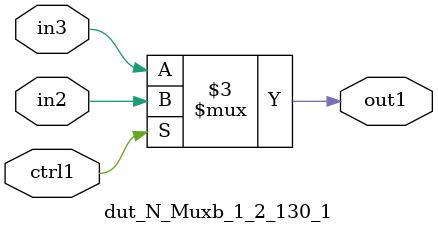
<source format=v>

`timescale 1ps / 1ps


module dut_N_Muxb_1_2_130_1( in3, in2, ctrl1, out1 );

    input in3;
    input in2;
    input ctrl1;
    output out1;
    reg out1;

    
    // rtl_process:dut_N_Muxb_1_2_130_1/dut_N_Muxb_1_2_130_1_thread_1
    always @*
      begin : dut_N_Muxb_1_2_130_1_thread_1
        case (ctrl1) 
          1'b1: 
            begin
              out1 = in2;
            end
          default: 
            begin
              out1 = in3;
            end
        endcase
      end

endmodule



</source>
